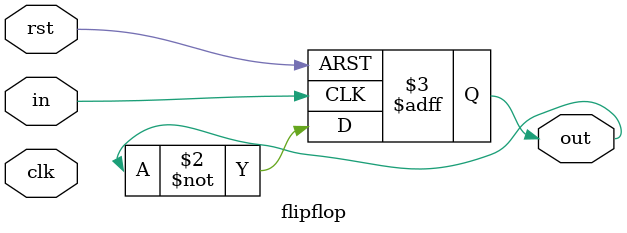
<source format=v>
module flipflop(clk, rst, in, out);

    input clk;
    input rst;
    input in;
    output reg out;
    
    always @(posedge in or posedge rst) begin
        if (rst) begin
            out <= 1'b0;
        end else if (in) begin
            out <= ~out;
        end
    end
endmodule

</source>
